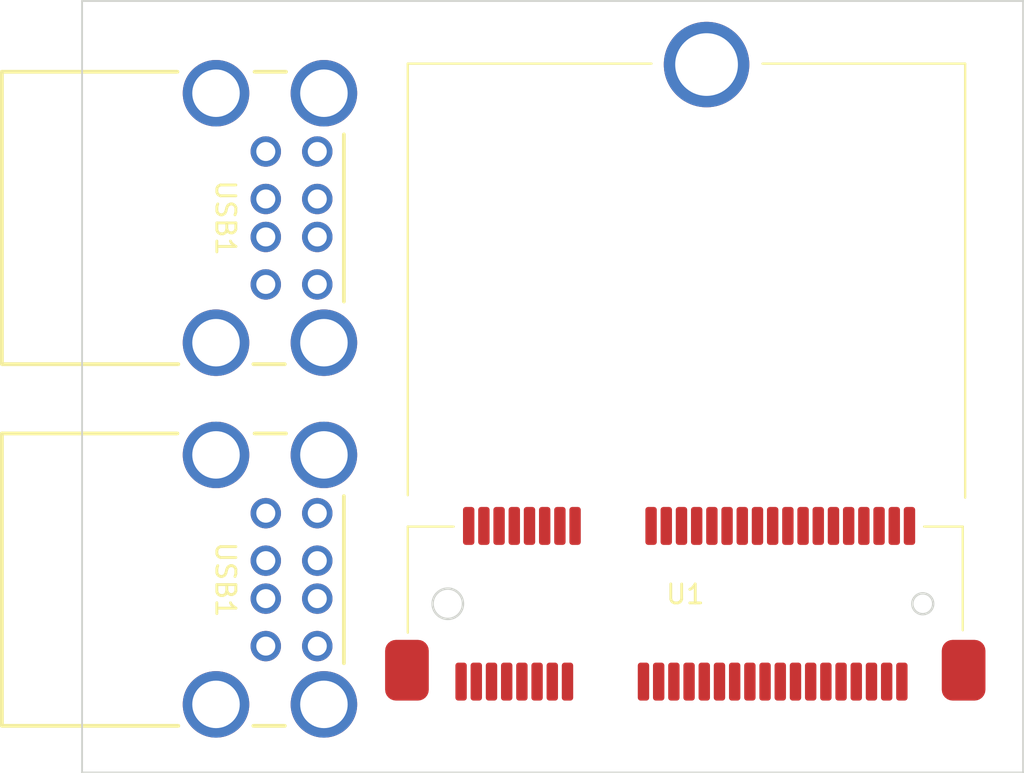
<source format=kicad_pcb>
(kicad_pcb (version 20211014) (generator pcbnew)
  (layers (0 "F.Cu" signal) (31 "B.Cu" signal) (34 "B.Paste" user) (35 "F.Paste" user) (36 "B.SilkS" user "B.Silkscreen") (37 "F.SilkS" user "F.Silkscreen") (38 "B.Mask" user) (39 "F.Mask" user) (44 "Edge.Cuts" user))
  (net 0 "")
  (footprint "My_Library:TypeA_Female_x2" (layer "F.Cu") (at 107.38 76.2 -90)
    (fp_text reference "USB1" (at 0 -0.5 -90 unlocked) (layer "F.SilkS"))
    (fp_text value "TypeA_Female_x2")
    (fp_line (start -7.7 11.27) (end -7.7 2.032) (layer "F.SilkS") (width 0.2))
    (fp_line (start 7.7 11.223) (end 7.7 1.985) (layer "F.SilkS") (width 0.2))
    (fp_line (start -7.7 11.27) (end 7.7 11.27) (layer "F.SilkS") (width 0.2))
    (fp_line (start -4.4 -6.73) (end 4.4 -6.73) (layer "F.SilkS") (width 0.2))
    (fp_line (start 7.7 -3.6195) (end 7.7 -1.9685) (layer "F.SilkS") (width 0.2))
    (fp_line (start -7.7 -3.683) (end -7.7 -2.032) (layer "F.SilkS") (width 0.2))
    (pad "1" thru_hole circle (at -3.5 -5.33 270) (size 1.6 1.6) (drill 1) (layers *.Cu *.Mask))
    (pad "2" thru_hole circle (at -1 -5.33 270) (size 1.6 1.6) (drill 1) (layers *.Cu *.Mask))
    (pad "3" thru_hole circle (at 1 -5.33 270) (size 1.6 1.6) (drill 1) (layers *.Cu *.Mask))
    (pad "4" thru_hole circle (at 3.5 -5.33 270) (size 1.6 1.6) (drill 1) (layers *.Cu *.Mask))
    (pad "5" thru_hole circle (at -3.5 -2.62 270) (size 1.6 1.6) (drill 1) (layers *.Cu *.Mask))
    (pad "6" thru_hole circle (at -1 -2.62 270) (size 1.6 1.6) (drill 1) (layers *.Cu *.Mask))
    (pad "7" thru_hole circle (at 1 -2.62 270) (size 1.6 1.6) (drill 1) (layers *.Cu *.Mask))
    (pad "8" thru_hole circle (at 3.5 -2.62 270) (size 1.6 1.6) (drill 1) (layers *.Cu *.Mask))
    (pad "9" thru_hole circle (at -6.57 -5.68 270) (size 3.5 3.5) (drill 2.5) (layers *.Cu *.Mask))
    (pad "9" thru_hole circle (at -6.57 0 270) (size 3.5 3.5) (drill 2.5) (layers *.Cu *.Mask))
    (pad "9" thru_hole circle (at 6.57 0 270) (size 3.5 3.5) (drill 2.5) (layers *.Cu *.Mask))
    (pad "9" thru_hole circle (at 6.57 -5.68 270) (size 3.5 3.5) (drill 2.5) (layers *.Cu *.Mask))
  )
  (footprint "My_Library:H3-Chip" (layer "F.Cu") (at 132.08 96.52)
    (fp_text reference "U1" (at 0 -0.5 unlocked) (layer "F.SilkS"))
    (fp_text value "H3-Chip")
    (fp_line (start 14.605 -4.064) (end 14.605 1.397) (layer "F.SilkS") (width 0.12))
    (fp_line (start 4.064 -28.448) (end 14.732 -28.448) (layer "F.SilkS") (width 0.12))
    (fp_line (start -1.778 -28.448) (end -14.605 -28.448) (layer "F.SilkS") (width 0.12))
    (fp_line (start -14.605 -4.064) (end -14.605 1.524) (layer "F.SilkS") (width 0.12))
    (fp_line (start 14.732 -28.448) (end 14.732 -5.588) (layer "F.SilkS") (width 0.12))
    (fp_line (start -12.192 -4.064) (end -14.605 -4.064) (layer "F.SilkS") (width 0.12))
    (fp_line (start 12.573 -4.064) (end 14.605 -4.064) (layer "F.SilkS") (width 0.12))
    (fp_line (start -14.605 -28.448) (end -14.605 -5.715) (layer "F.SilkS") (width 0.12))
    (fp_circle (center -12.5 0) (end -11.7 0) (layer "Edge.Cuts") (width 0.127) (fill none))
    (fp_circle (center 12.5 0) (end 13.05 0) (layer "Edge.Cuts") (width 0.127) (fill none))
    (pad "1" smd roundrect (at -11.8 4.1) (size 0.6 2) (layers "F.Cu" "F.Paste" "F.Mask"))
    (pad "2" smd roundrect (at -11.4 -4.1) (size 0.6 2) (layers "F.Cu" "F.Paste" "F.Mask"))
    (pad "3" smd roundrect (at -11 4.1) (size 0.6 2) (layers "F.Cu" "F.Paste" "F.Mask"))
    (pad "4" smd roundrect (at -10.6 -4.1) (size 0.6 2) (layers "F.Cu" "F.Paste" "F.Mask"))
    (pad "5" smd roundrect (at -10.2 4.1) (size 0.6 2) (layers "F.Cu" "F.Paste" "F.Mask"))
    (pad "6" smd roundrect (at -9.8 -4.1) (size 0.6 2) (layers "F.Cu" "F.Paste" "F.Mask"))
    (pad "7" smd roundrect (at -9.4 4.1) (size 0.6 2) (layers "F.Cu" "F.Paste" "F.Mask"))
    (pad "8" smd roundrect (at -9 -4.1) (size 0.6 2) (layers "F.Cu" "F.Paste" "F.Mask"))
    (pad "9" smd roundrect (at -8.6 4.1) (size 0.6 2) (layers "F.Cu" "F.Paste" "F.Mask"))
    (pad "10" smd roundrect (at -8.2 -4.1) (size 0.6 2) (layers "F.Cu" "F.Paste" "F.Mask"))
    (pad "11" smd roundrect (at -7.8 4.1) (size 0.6 2) (layers "F.Cu" "F.Paste" "F.Mask"))
    (pad "12" smd roundrect (at -7.4 -4.1) (size 0.6 2) (layers "F.Cu" "F.Paste" "F.Mask"))
    (pad "13" smd roundrect (at -7 4.1) (size 0.6 2) (layers "F.Cu" "F.Paste" "F.Mask"))
    (pad "14" smd roundrect (at -6.6 -4.1) (size 0.6 2) (layers "F.Cu" "F.Paste" "F.Mask"))
    (pad "15" smd roundrect (at -6.2 4.1) (size 0.6 2) (layers "F.Cu" "F.Paste" "F.Mask"))
    (pad "16" smd roundrect (at -5.8 -4.1) (size 0.6 2) (layers "F.Cu" "F.Paste" "F.Mask"))
    (pad "17" smd roundrect (at -2.2 4.1) (size 0.6 2) (layers "F.Cu" "F.Paste" "F.Mask"))
    (pad "18" smd roundrect (at -1.8 -4.1) (size 0.6 2) (layers "F.Cu" "F.Paste" "F.Mask"))
    (pad "19" smd roundrect (at -1.4 4.1) (size 0.6 2) (layers "F.Cu" "F.Paste" "F.Mask"))
    (pad "20" smd roundrect (at -1 -4.1) (size 0.6 2) (layers "F.Cu" "F.Paste" "F.Mask"))
    (pad "21" smd roundrect (at -0.6 4.1) (size 0.6 2) (layers "F.Cu" "F.Paste" "F.Mask"))
    (pad "22" smd roundrect (at -0.2 -4.1) (size 0.6 2) (layers "F.Cu" "F.Paste" "F.Mask"))
    (pad "23" smd roundrect (at 0.2 4.1) (size 0.6 2) (layers "F.Cu" "F.Paste" "F.Mask"))
    (pad "24" smd roundrect (at 0.6 -4.1) (size 0.6 2) (layers "F.Cu" "F.Paste" "F.Mask"))
    (pad "25" smd roundrect (at 1 4.1) (size 0.6 2) (layers "F.Cu" "F.Paste" "F.Mask"))
    (pad "26" smd roundrect (at 1.4 -4.1) (size 0.6 2) (layers "F.Cu" "F.Paste" "F.Mask"))
    (pad "27" smd roundrect (at 1.8 4.1) (size 0.6 2) (layers "F.Cu" "F.Paste" "F.Mask"))
    (pad "28" smd roundrect (at 2.2 -4.1) (size 0.6 2) (layers "F.Cu" "F.Paste" "F.Mask"))
    (pad "29" smd roundrect (at 2.6 4.1) (size 0.6 2) (layers "F.Cu" "F.Paste" "F.Mask"))
    (pad "30" smd roundrect (at 3 -4.1) (size 0.6 2) (layers "F.Cu" "F.Paste" "F.Mask"))
    (pad "31" smd roundrect (at 3.4 4.1) (size 0.6 2) (layers "F.Cu" "F.Paste" "F.Mask"))
    (pad "32" smd roundrect (at 3.8 -4.1) (size 0.6 2) (layers "F.Cu" "F.Paste" "F.Mask"))
    (pad "33" smd roundrect (at 4.2 4.1) (size 0.6 2) (layers "F.Cu" "F.Paste" "F.Mask"))
    (pad "34" smd roundrect (at 4.6 -4.1) (size 0.6 2) (layers "F.Cu" "F.Paste" "F.Mask"))
    (pad "35" smd roundrect (at 5 4.1) (size 0.6 2) (layers "F.Cu" "F.Paste" "F.Mask"))
    (pad "36" smd roundrect (at 5.4 -4.1) (size 0.6 2) (layers "F.Cu" "F.Paste" "F.Mask"))
    (pad "37" smd roundrect (at 5.8 4.1) (size 0.6 2) (layers "F.Cu" "F.Paste" "F.Mask"))
    (pad "38" smd roundrect (at 6.2 -4.1) (size 0.6 2) (layers "F.Cu" "F.Paste" "F.Mask"))
    (pad "39" smd roundrect (at 6.6 4.1) (size 0.6 2) (layers "F.Cu" "F.Paste" "F.Mask"))
    (pad "40" smd roundrect (at 7 -4.1) (size 0.6 2) (layers "F.Cu" "F.Paste" "F.Mask"))
    (pad "41" smd roundrect (at 7.4 4.1) (size 0.6 2) (layers "F.Cu" "F.Paste" "F.Mask"))
    (pad "42" smd roundrect (at 7.8 -4.1) (size 0.6 2) (layers "F.Cu" "F.Paste" "F.Mask"))
    (pad "43" smd roundrect (at 8.2 4.1) (size 0.6 2) (layers "F.Cu" "F.Paste" "F.Mask"))
    (pad "44" smd roundrect (at 8.6 -4.1) (size 0.6 2) (layers "F.Cu" "F.Paste" "F.Mask"))
    (pad "45" smd roundrect (at 9 4.1) (size 0.6 2) (layers "F.Cu" "F.Paste" "F.Mask"))
    (pad "46" smd roundrect (at 9.4 -4.1) (size 0.6 2) (layers "F.Cu" "F.Paste" "F.Mask"))
    (pad "47" smd roundrect (at 9.8 4.1) (size 0.6 2) (layers "F.Cu" "F.Paste" "F.Mask"))
    (pad "48" smd roundrect (at 10.2 -4.1) (size 0.6 2) (layers "F.Cu" "F.Paste" "F.Mask"))
    (pad "49" smd roundrect (at 10.6 4.1) (size 0.6 2) (layers "F.Cu" "F.Paste" "F.Mask"))
    (pad "50" smd roundrect (at 11 -4.1) (size 0.6 2) (layers "F.Cu" "F.Paste" "F.Mask"))
    (pad "51" smd roundrect (at 11.4 4.1) (size 0.6 2) (layers "F.Cu" "F.Paste" "F.Mask"))
    (pad "52" smd roundrect (at 11.8 -4.1) (size 0.6 2) (layers "F.Cu" "F.Paste" "F.Mask"))
    (pad "53" smd roundrect (at -14.65 3.5) (size 2.3 3.2) (layers "F.Cu" "F.Paste" "F.Mask"))
    (pad "54" smd roundrect (at 14.65 3.5) (size 2.3 3.2) (layers "F.Cu" "F.Paste" "F.Mask"))
    (pad "55" thru_hole circle (at 1.12 -28.4) (size 4.5 4.5) (drill 3.3) (layers *.Cu *.Mask))
  )
  (footprint "My_Library:TypeA_Female_x2" (layer "F.Cu") (at 107.38 95.25 -90)
    (fp_text reference "USB1" (at 0 -0.5 -90 unlocked) (layer "F.SilkS"))
    (fp_text value "TypeA_Female_x2")
    (fp_line (start -7.7 11.27) (end -7.7 2.032) (layer "F.SilkS") (width 0.2))
    (fp_line (start 7.7 11.223) (end 7.7 1.985) (layer "F.SilkS") (width 0.2))
    (fp_line (start -7.7 11.27) (end 7.7 11.27) (layer "F.SilkS") (width 0.2))
    (fp_line (start -4.4 -6.73) (end 4.4 -6.73) (layer "F.SilkS") (width 0.2))
    (fp_line (start 7.7 -3.6195) (end 7.7 -1.9685) (layer "F.SilkS") (width 0.2))
    (fp_line (start -7.7 -3.683) (end -7.7 -2.032) (layer "F.SilkS") (width 0.2))
    (pad "1" thru_hole circle (at -3.5 -5.33 270) (size 1.6 1.6) (drill 1) (layers *.Cu *.Mask))
    (pad "2" thru_hole circle (at -1 -5.33 270) (size 1.6 1.6) (drill 1) (layers *.Cu *.Mask))
    (pad "3" thru_hole circle (at 1 -5.33 270) (size 1.6 1.6) (drill 1) (layers *.Cu *.Mask))
    (pad "4" thru_hole circle (at 3.5 -5.33 270) (size 1.6 1.6) (drill 1) (layers *.Cu *.Mask))
    (pad "5" thru_hole circle (at -3.5 -2.62 270) (size 1.6 1.6) (drill 1) (layers *.Cu *.Mask))
    (pad "6" thru_hole circle (at -1 -2.62 270) (size 1.6 1.6) (drill 1) (layers *.Cu *.Mask))
    (pad "7" thru_hole circle (at 1 -2.62 270) (size 1.6 1.6) (drill 1) (layers *.Cu *.Mask))
    (pad "8" thru_hole circle (at 3.5 -2.62 270) (size 1.6 1.6) (drill 1) (layers *.Cu *.Mask))
    (pad "9" thru_hole circle (at -6.57 -5.68 270) (size 3.5 3.5) (drill 2.5) (layers *.Cu *.Mask))
    (pad "9" thru_hole circle (at -6.57 0 270) (size 3.5 3.5) (drill 2.5) (layers *.Cu *.Mask))
    (pad "9" thru_hole circle (at 6.57 0 270) (size 3.5 3.5) (drill 2.5) (layers *.Cu *.Mask))
    (pad "9" thru_hole circle (at 6.57 -5.68 270) (size 3.5 3.5) (drill 2.5) (layers *.Cu *.Mask))
  )
  (gr_line (start 149.86 105.41) (end 149.86 64.77) (layer "Edge.Cuts") (width 0.1))
  (gr_line (start 100.33 64.77) (end 149.86 64.77) (layer "Edge.Cuts") (width 0.1))
  (gr_line (start 100.33 64.77) (end 100.33 105.41) (layer "Edge.Cuts") (width 0.1))
  (gr_line (start 100.33 105.41) (end 149.86 105.41) (layer "Edge.Cuts") (width 0.1))
)
</source>
